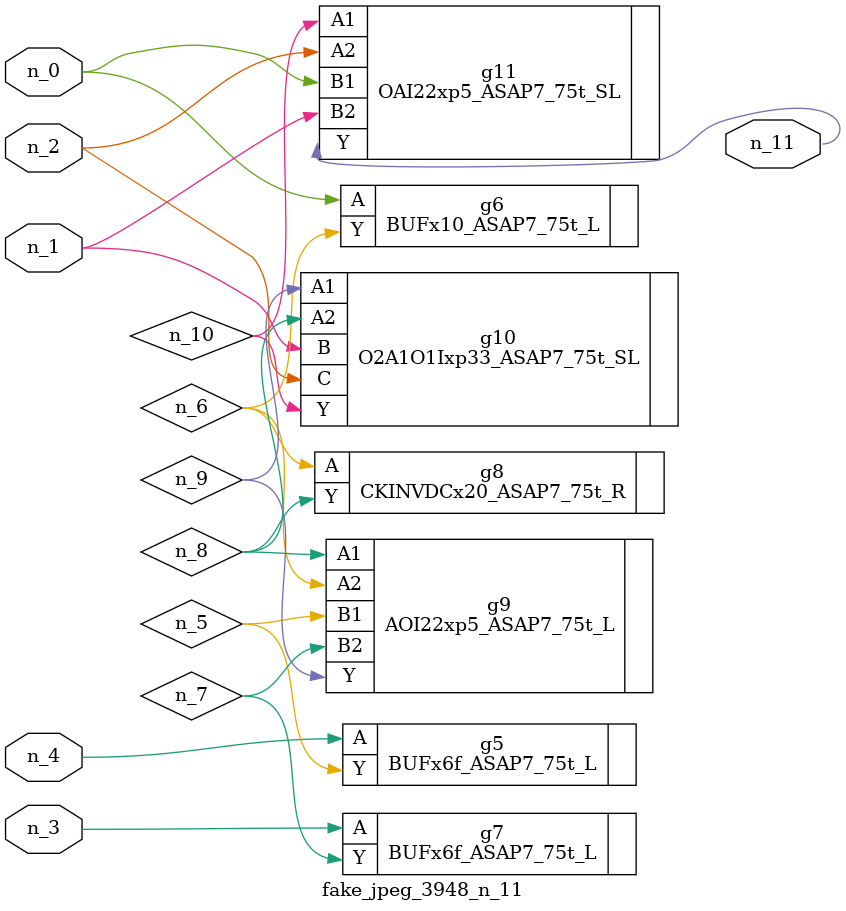
<source format=v>
module fake_jpeg_3948_n_11 (n_3, n_2, n_1, n_0, n_4, n_11);

input n_3;
input n_2;
input n_1;
input n_0;
input n_4;

output n_11;

wire n_10;
wire n_8;
wire n_9;
wire n_6;
wire n_5;
wire n_7;

BUFx6f_ASAP7_75t_L g5 ( 
.A(n_4),
.Y(n_5)
);

BUFx10_ASAP7_75t_L g6 ( 
.A(n_0),
.Y(n_6)
);

BUFx6f_ASAP7_75t_L g7 ( 
.A(n_3),
.Y(n_7)
);

CKINVDCx20_ASAP7_75t_R g8 ( 
.A(n_6),
.Y(n_8)
);

AOI22xp5_ASAP7_75t_L g9 ( 
.A1(n_8),
.A2(n_6),
.B1(n_5),
.B2(n_7),
.Y(n_9)
);

O2A1O1Ixp33_ASAP7_75t_SL g10 ( 
.A1(n_9),
.A2(n_8),
.B(n_1),
.C(n_2),
.Y(n_10)
);

OAI22xp5_ASAP7_75t_SL g11 ( 
.A1(n_10),
.A2(n_2),
.B1(n_0),
.B2(n_1),
.Y(n_11)
);


endmodule
</source>
